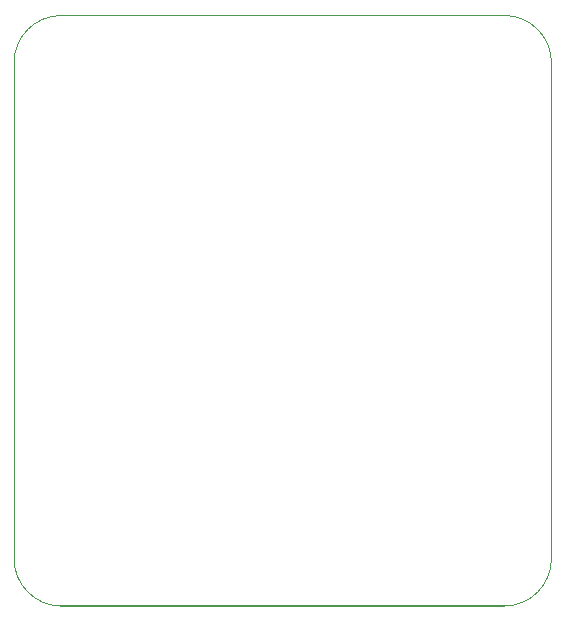
<source format=gbr>
G04 #@! TF.GenerationSoftware,KiCad,Pcbnew,(5.0.0-rc3)*
G04 #@! TF.CreationDate,2019-02-20T21:17:10+01:00*
G04 #@! TF.ProjectId,Adapter,416461707465722E6B696361645F7063,rev?*
G04 #@! TF.SameCoordinates,Original*
G04 #@! TF.FileFunction,Profile,NP*
%FSLAX46Y46*%
G04 Gerber Fmt 4.6, Leading zero omitted, Abs format (unit mm)*
G04 Created by KiCad (PCBNEW (5.0.0-rc3)) date Wed Feb 20 21:17:10 2019*
%MOMM*%
%LPD*%
G01*
G04 APERTURE LIST*
%ADD10C,0.100000*%
%ADD11C,0.200000*%
G04 APERTURE END LIST*
D10*
X67000000Y-34000000D02*
X29500000Y-34000000D01*
X71000000Y-38000000D02*
X71000000Y-80000000D01*
X67000000Y-34000000D02*
G75*
G02X71000000Y-38000000I0J-4000000D01*
G01*
X25500000Y-38000000D02*
X25500000Y-80000000D01*
X25500000Y-38000000D02*
G75*
G02X29500000Y-34000000I4000000J0D01*
G01*
X29500000Y-84000000D02*
G75*
G02X25500000Y-80000000I0J4000000D01*
G01*
X71000000Y-80000000D02*
G75*
G02X67000000Y-84000000I-4000000J0D01*
G01*
D11*
X67000000Y-84000000D02*
X29500000Y-84000000D01*
M02*

</source>
